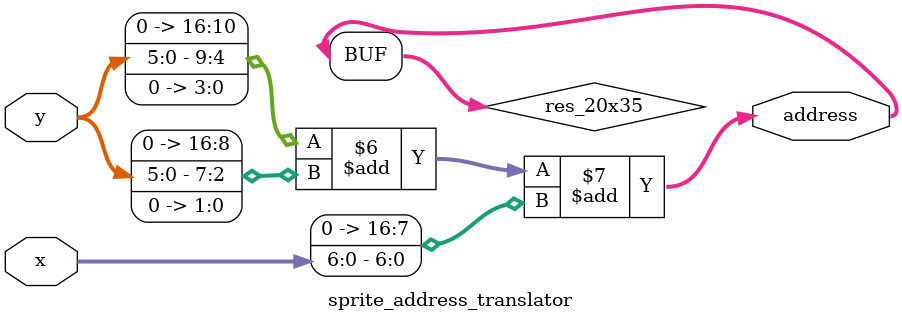
<source format=v>
module sprite_address_translator(x, y, address);
	parameter TYPE = "PLAYER";
	
	input[6:0] x;
	input[5:0] y;
	output reg[16:0] address;
	
	wire[16:0] res_55x35 = {1'b0, y, 5'd0} + {1'b0, y, 4'd0} + {1'b0, y, 2'd0} + {1'b0, y, 1'd0} + {1'b0, y} + {1'b0, x};
	wire[16:0] res_20x35 = {1'b0, y, 4'd0} + {1'b0, y, 2'd0} + {1'b0, x};
	wire[16:0] res_31x65 = {1'b0, y, 4'd0} + {1'b0, y, 3'd0} + {1'b0, y, 2'd0} + {1'b0, y, 1'd0} + {1'b0, y} + {1'b0, x};
	
	
	always @(*)
		begin
			if (TYPE == "PLAYER") begin
				address <= res_20x35;
			end
			else if (TYPE == "RED_ENEMY") begin
				address <= res_55x35;
			end
			else if (TYPE == "PURPLE_ENEMY") begin
				address <= res_31x65;
			end
		end
	
endmodule

</source>
